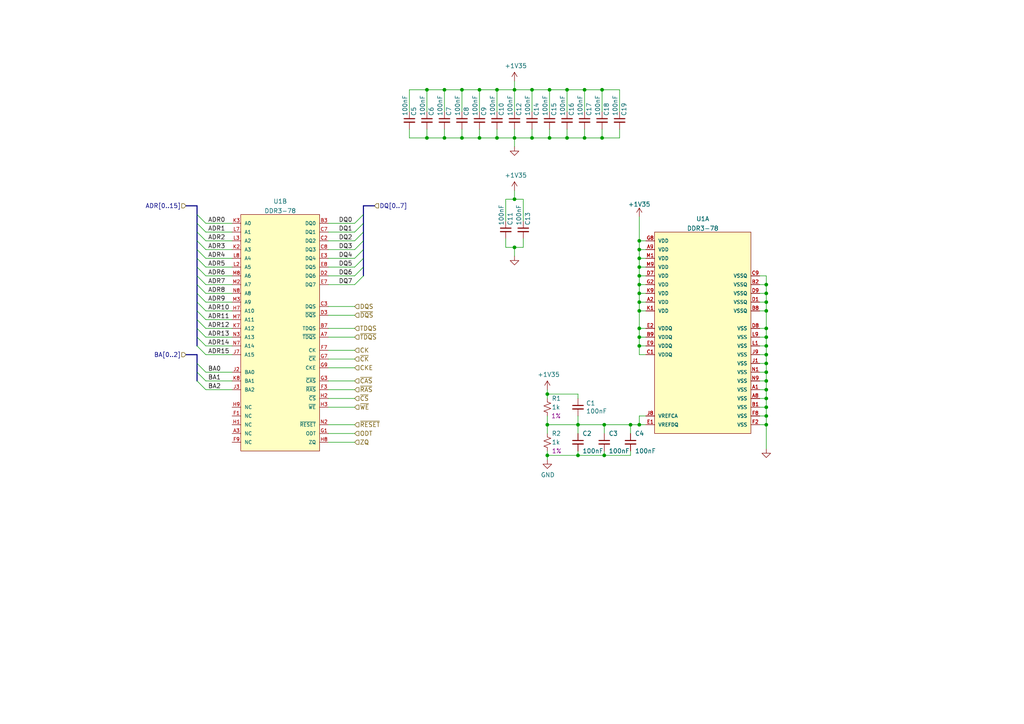
<source format=kicad_sch>
(kicad_sch (version 20211123) (generator eeschema)
  (paper "A4")
  (lib_symbols
    (symbol "DDR3-78_1" (pin_names (offset 1.016))
      (property "Reference" "U" (at 1.27 1.27 0))
      (property "Value" "DDR3-78_1" (at 1.27 3.81 0))
      (symbol "DDR3-78_1_1_1"
        (rectangle (start 0 0) (end 27.94 -58.42) (fill (type background)))
        (pin power_in line (at 30.48 -45.72 180) (length 2.54) (name "VSS") (number "A1"))
        (pin power_in line (at -2.54 -20.32 0) (length 2.54) (name "VDD") (number "A2"))
        (pin power_in line (at 30.48 -48.26 180) (length 2.54) (name "VSS") (number "A8"))
        (pin power_in line (at -2.54 -5.08 0) (length 2.54) (name "VDD") (number "A9"))
        (pin power_in line (at 30.48 -50.8 180) (length 2.54) (name "VSS") (number "B1"))
        (pin power_in line (at 30.48 -15.24 180) (length 2.54) (name "VSSQ") (number "B2"))
        (pin power_in line (at 30.48 -22.86 180) (length 2.54) (name "VSSQ") (number "B8"))
        (pin power_in line (at -2.54 -30.48 0) (length 2.54) (name "VDDQ") (number "B9"))
        (pin power_in line (at -2.54 -35.56 0) (length 2.54) (name "VDDQ") (number "C1"))
        (pin power_in line (at 30.48 -12.7 180) (length 2.54) (name "VSSQ") (number "C9"))
        (pin power_in line (at 30.48 -20.32 180) (length 2.54) (name "VSSQ") (number "D1"))
        (pin power_in line (at -2.54 -12.7 0) (length 2.54) (name "VDD") (number "D7"))
        (pin power_in line (at 30.48 -27.94 180) (length 2.54) (name "VSS") (number "D8"))
        (pin power_in line (at 30.48 -17.78 180) (length 2.54) (name "VSSQ") (number "D9"))
        (pin power_in line (at -2.54 -55.88 0) (length 2.54) (name "VREFDQ") (number "E1"))
        (pin power_in line (at -2.54 -27.94 0) (length 2.54) (name "VDDQ") (number "E2"))
        (pin power_in line (at -2.54 -33.02 0) (length 2.54) (name "VDDQ") (number "E9"))
        (pin power_in line (at 30.48 -55.88 180) (length 2.54) (name "VSS") (number "F2"))
        (pin power_in line (at 30.48 -53.34 180) (length 2.54) (name "VSS") (number "F8"))
        (pin power_in line (at -2.54 -15.24 0) (length 2.54) (name "VDD") (number "G2"))
        (pin power_in line (at -2.54 -2.54 0) (length 2.54) (name "VDD") (number "G8"))
        (pin power_in line (at 30.48 -38.1 180) (length 2.54) (name "VSS") (number "J1"))
        (pin power_in line (at -2.54 -53.34 0) (length 2.54) (name "VREFCA") (number "J8"))
        (pin power_in line (at 30.48 -35.56 180) (length 2.54) (name "VSS") (number "J9"))
        (pin power_in line (at -2.54 -22.86 0) (length 2.54) (name "VDD") (number "K1"))
        (pin power_in line (at -2.54 -17.78 0) (length 2.54) (name "VDD") (number "K9"))
        (pin power_in line (at 30.48 -33.02 180) (length 2.54) (name "VSS") (number "L1"))
        (pin power_in line (at 30.48 -30.48 180) (length 2.54) (name "VSS") (number "L9"))
        (pin power_in line (at -2.54 -7.62 0) (length 2.54) (name "VDD") (number "M1"))
        (pin power_in line (at -2.54 -10.16 0) (length 2.54) (name "VDD") (number "M9"))
        (pin power_in line (at 30.48 -40.64 180) (length 2.54) (name "VSS") (number "N1"))
        (pin power_in line (at 30.48 -43.18 180) (length 2.54) (name "VSS") (number "N9"))
      )
      (symbol "DDR3-78_1_2_1"
        (rectangle (start 0 0) (end 22.86 -68.58) (fill (type background)))
        (pin bidirectional line (at -2.54 -63.5 0) (length 2.54) (name "NC") (number "A3"))
        (pin bidirectional line (at 25.4 -35.56 180) (length 2.54) (name "~{TDQS}") (number "A7"))
        (pin bidirectional line (at 25.4 -2.54 180) (length 2.54) (name "DQ0") (number "B3"))
        (pin bidirectional line (at 25.4 -33.02 180) (length 2.54) (name "TDQS") (number "B7"))
        (pin bidirectional line (at 25.4 -7.62 180) (length 2.54) (name "DQ2") (number "C2"))
        (pin bidirectional line (at 25.4 -26.67 180) (length 2.54) (name "DQS") (number "C3"))
        (pin bidirectional line (at 25.4 -5.08 180) (length 2.54) (name "DQ1") (number "C7"))
        (pin bidirectional line (at 25.4 -10.16 180) (length 2.54) (name "DQ3") (number "C8"))
        (pin bidirectional line (at 25.4 -17.78 180) (length 2.54) (name "DQ6") (number "D2"))
        (pin bidirectional line (at 25.4 -29.21 180) (length 2.54) (name "~{DQS}") (number "D3"))
        (pin bidirectional line (at 25.4 -12.7 180) (length 2.54) (name "DQ4") (number "E3"))
        (pin bidirectional line (at 25.4 -20.32 180) (length 2.54) (name "DQ7") (number "E7"))
        (pin bidirectional line (at 25.4 -15.24 180) (length 2.54) (name "DQ5") (number "E8"))
        (pin power_in line (at -2.54 -58.42 0) (length 2.54) (name "NC") (number "F1"))
        (pin input line (at 25.4 -50.8 180) (length 2.54) (name "~{RAS}") (number "F3"))
        (pin input line (at 25.4 -39.37 180) (length 2.54) (name "CK") (number "F7"))
        (pin power_in line (at -2.54 -66.04 0) (length 2.54) (name "NC") (number "F9"))
        (pin input line (at 25.4 -63.5 180) (length 2.54) (name "ODT") (number "G1"))
        (pin input line (at 25.4 -48.26 180) (length 2.54) (name "~{CAS}") (number "G3"))
        (pin input line (at 25.4 -41.91 180) (length 2.54) (name "~{CK}") (number "G7"))
        (pin input line (at 25.4 -44.45 180) (length 2.54) (name "CKE") (number "G9"))
        (pin power_in line (at -2.54 -60.96 0) (length 2.54) (name "NC") (number "H1"))
        (pin input line (at 25.4 -53.34 180) (length 2.54) (name "~{CS}") (number "H2"))
        (pin input line (at 25.4 -55.88 180) (length 2.54) (name "~{WE}") (number "H3"))
        (pin input line (at -2.54 -27.94 0) (length 2.54) (name "A10") (number "H7"))
        (pin input line (at 25.4 -66.04 180) (length 2.54) (name "ZQ") (number "H8"))
        (pin power_in line (at -2.54 -55.88 0) (length 2.54) (name "NC") (number "H9"))
        (pin input line (at -2.54 -45.72 0) (length 2.54) (name "BA0") (number "J2"))
        (pin input line (at -2.54 -50.8 0) (length 2.54) (name "BA2") (number "J3"))
        (pin input line (at -2.54 -40.64 0) (length 2.54) (name "A15") (number "J7"))
        (pin input line (at -2.54 -10.16 0) (length 2.54) (name "A3") (number "K2"))
        (pin input line (at -2.54 -2.54 0) (length 2.54) (name "A0") (number "K3"))
        (pin input line (at -2.54 -33.02 0) (length 2.54) (name "A12") (number "K7"))
        (pin input line (at -2.54 -48.26 0) (length 2.54) (name "BA1") (number "K8"))
        (pin input line (at -2.54 -15.24 0) (length 2.54) (name "A5") (number "L2"))
        (pin input line (at -2.54 -7.62 0) (length 2.54) (name "A2") (number "L3"))
        (pin input line (at -2.54 -5.08 0) (length 2.54) (name "A1") (number "L7"))
        (pin input line (at -2.54 -12.7 0) (length 2.54) (name "A4") (number "L8"))
        (pin input line (at -2.54 -20.32 0) (length 2.54) (name "A7") (number "M2"))
        (pin input line (at -2.54 -25.4 0) (length 2.54) (name "A9") (number "M3"))
        (pin input line (at -2.54 -30.48 0) (length 2.54) (name "A11") (number "M7"))
        (pin input line (at -2.54 -17.78 0) (length 2.54) (name "A6") (number "M8"))
        (pin input line (at 25.4 -60.96 180) (length 2.54) (name "~{RESET}") (number "N2"))
        (pin input line (at -2.54 -35.56 0) (length 2.54) (name "A13") (number "N3"))
        (pin input line (at -2.54 -38.1 0) (length 2.54) (name "A14") (number "N7"))
        (pin input line (at -2.54 -22.86 0) (length 2.54) (name "A8") (number "N8"))
      )
    )
    (symbol "Device:C_Small" (pin_numbers hide) (pin_names (offset 0.254) hide)
      (property "Reference" "C" (at 0.254 1.778 0))
      (property "Value" "C_Small" (at 0.254 -2.032 0))
      (symbol "C_Small_0_1"
        (polyline (pts (xy -1.524 -0.508) (xy 1.524 -0.508)) (stroke (width 0.3302)))
        (polyline (pts (xy -1.524 0.508) (xy 1.524 0.508)) (stroke (width 0.3048)))
      )
      (symbol "C_Small_1_1"
        (pin passive line (at 0 2.54 270) (length 2.032) (name "~") (number "1"))
        (pin passive line (at 0 -2.54 90) (length 2.032) (name "~") (number "2"))
      )
    )
    (symbol "Device:R_Small_US" (pin_numbers hide) (pin_names (offset 0.254) hide)
      (property "Reference" "R" (at 0.762 0.508 0))
      (property "Value" "R_Small_US" (at 0.762 -1.016 0))
      (symbol "R_Small_US_1_1"
        (polyline (pts (xy 0 0) (xy 1.016 -0.381) (xy 0 -0.762) (xy -1.016 -1.143) (xy 0 -1.524)))
        (polyline (pts (xy 0 1.524) (xy 1.016 1.143) (xy 0 0.762) (xy -1.016 0.381) (xy 0 0)))
        (pin passive line (at 0 2.54 270) (length 1.016) (name "~") (number "1"))
        (pin passive line (at 0 -2.54 90) (length 1.016) (name "~") (number "2"))
      )
    )
    (symbol "ddr3:DDR3-78" (pin_names (offset 1.016))
      (property "Reference" "U" (at 1.27 1.27 0))
      (property "Value" "DDR3-78" (at 1.27 3.81 0))
      (symbol "DDR3-78_1_1"
        (rectangle (start 0 0) (end 27.94 -58.42) (fill (type background)))
        (pin power_in line (at 30.48 -45.72 180) (length 2.54) (name "VSS") (number "A1"))
        (pin power_in line (at -2.54 -20.32 0) (length 2.54) (name "VDD") (number "A2"))
        (pin power_in line (at 30.48 -48.26 180) (length 2.54) (name "VSS") (number "A8"))
        (pin power_in line (at -2.54 -5.08 0) (length 2.54) (name "VDD") (number "A9"))
        (pin power_in line (at 30.48 -50.8 180) (length 2.54) (name "VSS") (number "B1"))
        (pin power_in line (at 30.48 -15.24 180) (length 2.54) (name "VSSQ") (number "B2"))
        (pin power_in line (at 30.48 -22.86 180) (length 2.54) (name "VSSQ") (number "B8"))
        (pin power_in line (at -2.54 -30.48 0) (length 2.54) (name "VDDQ") (number "B9"))
        (pin power_in line (at -2.54 -35.56 0) (length 2.54) (name "VDDQ") (number "C1"))
        (pin power_in line (at 30.48 -12.7 180) (length 2.54) (name "VSSQ") (number "C9"))
        (pin power_in line (at 30.48 -20.32 180) (length 2.54) (name "VSSQ") (number "D1"))
        (pin power_in line (at -2.54 -12.7 0) (length 2.54) (name "VDD") (number "D7"))
        (pin power_in line (at 30.48 -27.94 180) (length 2.54) (name "VSS") (number "D8"))
        (pin power_in line (at 30.48 -17.78 180) (length 2.54) (name "VSSQ") (number "D9"))
        (pin power_in line (at -2.54 -55.88 0) (length 2.54) (name "VREFDQ") (number "E1"))
        (pin power_in line (at -2.54 -27.94 0) (length 2.54) (name "VDDQ") (number "E2"))
        (pin power_in line (at -2.54 -33.02 0) (length 2.54) (name "VDDQ") (number "E9"))
        (pin power_in line (at 30.48 -55.88 180) (length 2.54) (name "VSS") (number "F2"))
        (pin power_in line (at 30.48 -53.34 180) (length 2.54) (name "VSS") (number "F8"))
        (pin power_in line (at -2.54 -15.24 0) (length 2.54) (name "VDD") (number "G2"))
        (pin power_in line (at -2.54 -2.54 0) (length 2.54) (name "VDD") (number "G8"))
        (pin power_in line (at 30.48 -38.1 180) (length 2.54) (name "VSS") (number "J1"))
        (pin power_in line (at -2.54 -53.34 0) (length 2.54) (name "VREFCA") (number "J8"))
        (pin power_in line (at 30.48 -35.56 180) (length 2.54) (name "VSS") (number "J9"))
        (pin power_in line (at -2.54 -22.86 0) (length 2.54) (name "VDD") (number "K1"))
        (pin power_in line (at -2.54 -17.78 0) (length 2.54) (name "VDD") (number "K9"))
        (pin power_in line (at 30.48 -33.02 180) (length 2.54) (name "VSS") (number "L1"))
        (pin power_in line (at 30.48 -30.48 180) (length 2.54) (name "VSS") (number "L9"))
        (pin power_in line (at -2.54 -7.62 0) (length 2.54) (name "VDD") (number "M1"))
        (pin power_in line (at -2.54 -10.16 0) (length 2.54) (name "VDD") (number "M9"))
        (pin power_in line (at 30.48 -40.64 180) (length 2.54) (name "VSS") (number "N1"))
        (pin power_in line (at 30.48 -43.18 180) (length 2.54) (name "VSS") (number "N9"))
      )
      (symbol "DDR3-78_2_1"
        (rectangle (start 0 0) (end 22.86 -68.58) (fill (type background)))
        (pin bidirectional line (at -2.54 -63.5 0) (length 2.54) (name "NC") (number "A3"))
        (pin bidirectional line (at 25.4 -35.56 180) (length 2.54) (name "~{TDQS}") (number "A7"))
        (pin bidirectional line (at 25.4 -2.54 180) (length 2.54) (name "DQ0") (number "B3"))
        (pin bidirectional line (at 25.4 -33.02 180) (length 2.54) (name "TDQS") (number "B7"))
        (pin bidirectional line (at 25.4 -7.62 180) (length 2.54) (name "DQ2") (number "C2"))
        (pin bidirectional line (at 25.4 -26.67 180) (length 2.54) (name "DQS") (number "C3"))
        (pin bidirectional line (at 25.4 -5.08 180) (length 2.54) (name "DQ1") (number "C7"))
        (pin bidirectional line (at 25.4 -10.16 180) (length 2.54) (name "DQ3") (number "C8"))
        (pin bidirectional line (at 25.4 -17.78 180) (length 2.54) (name "DQ6") (number "D2"))
        (pin bidirectional line (at 25.4 -29.21 180) (length 2.54) (name "~{DQS}") (number "D3"))
        (pin bidirectional line (at 25.4 -12.7 180) (length 2.54) (name "DQ4") (number "E3"))
        (pin bidirectional line (at 25.4 -20.32 180) (length 2.54) (name "DQ7") (number "E7"))
        (pin bidirectional line (at 25.4 -15.24 180) (length 2.54) (name "DQ5") (number "E8"))
        (pin power_in line (at -2.54 -58.42 0) (length 2.54) (name "NC") (number "F1"))
        (pin input line (at 25.4 -50.8 180) (length 2.54) (name "~{RAS}") (number "F3"))
        (pin input line (at 25.4 -39.37 180) (length 2.54) (name "CK") (number "F7"))
        (pin power_in line (at -2.54 -66.04 0) (length 2.54) (name "NC") (number "F9"))
        (pin input line (at 25.4 -63.5 180) (length 2.54) (name "ODT") (number "G1"))
        (pin input line (at 25.4 -48.26 180) (length 2.54) (name "~{CAS}") (number "G3"))
        (pin input line (at 25.4 -41.91 180) (length 2.54) (name "~{CK}") (number "G7"))
        (pin input line (at 25.4 -44.45 180) (length 2.54) (name "CKE") (number "G9"))
        (pin power_in line (at -2.54 -60.96 0) (length 2.54) (name "NC") (number "H1"))
        (pin input line (at 25.4 -53.34 180) (length 2.54) (name "~{CS}") (number "H2"))
        (pin input line (at 25.4 -55.88 180) (length 2.54) (name "~{WE}") (number "H3"))
        (pin input line (at -2.54 -27.94 0) (length 2.54) (name "A10") (number "H7"))
        (pin input line (at 25.4 -66.04 180) (length 2.54) (name "ZQ") (number "H8"))
        (pin power_in line (at -2.54 -55.88 0) (length 2.54) (name "NC") (number "H9"))
        (pin input line (at -2.54 -45.72 0) (length 2.54) (name "BA0") (number "J2"))
        (pin input line (at -2.54 -50.8 0) (length 2.54) (name "BA2") (number "J3"))
        (pin input line (at -2.54 -40.64 0) (length 2.54) (name "A15") (number "J7"))
        (pin input line (at -2.54 -10.16 0) (length 2.54) (name "A3") (number "K2"))
        (pin input line (at -2.54 -2.54 0) (length 2.54) (name "A0") (number "K3"))
        (pin input line (at -2.54 -33.02 0) (length 2.54) (name "A12") (number "K7"))
        (pin input line (at -2.54 -48.26 0) (length 2.54) (name "BA1") (number "K8"))
        (pin input line (at -2.54 -15.24 0) (length 2.54) (name "A5") (number "L2"))
        (pin input line (at -2.54 -7.62 0) (length 2.54) (name "A2") (number "L3"))
        (pin input line (at -2.54 -5.08 0) (length 2.54) (name "A1") (number "L7"))
        (pin input line (at -2.54 -12.7 0) (length 2.54) (name "A4") (number "L8"))
        (pin input line (at -2.54 -20.32 0) (length 2.54) (name "A7") (number "M2"))
        (pin input line (at -2.54 -25.4 0) (length 2.54) (name "A9") (number "M3"))
        (pin input line (at -2.54 -30.48 0) (length 2.54) (name "A11") (number "M7"))
        (pin input line (at -2.54 -17.78 0) (length 2.54) (name "A6") (number "M8"))
        (pin input line (at 25.4 -60.96 180) (length 2.54) (name "~{RESET}") (number "N2"))
        (pin input line (at -2.54 -35.56 0) (length 2.54) (name "A13") (number "N3"))
        (pin input line (at -2.54 -38.1 0) (length 2.54) (name "A14") (number "N7"))
        (pin input line (at -2.54 -22.86 0) (length 2.54) (name "A8") (number "N8"))
      )
    )
    (symbol "power:+1V35" (power) (pin_names (offset 0))
      (property "Value" "+1V35" (at 0 3.556 0))
      (symbol "+1V35_0_1"
        (polyline (pts (xy -0.762 1.27) (xy 0 2.54)))
        (polyline (pts (xy 0 0) (xy 0 2.54)))
        (polyline (pts (xy 0 2.54) (xy 0.762 1.27)))
      )
      (symbol "+1V35_1_1"
        (pin power_in line (at 0 0 90) (length 0) hide (name "+1V35") (number "1"))
      )
    )
    (symbol "power:GND" (power) (pin_names (offset 0))
      (property "Value" "GND" (at 0 -3.81 0))
      (symbol "GND_0_1"
        (polyline (pts (xy 0 0) (xy 0 -1.27) (xy 1.27 -1.27) (xy 0 -2.54) (xy -1.27 -1.27) (xy 0 -1.27)))
      )
      (symbol "GND_1_1"
        (pin power_in line (at 0 0 270) (length 0) hide (name "GND") (number "1"))
      )
    )
  )
  (junction (at 149.225 40.005))
  (junction (at 222.25 82.55))
  (junction (at 133.985 26.035))
  (junction (at 123.825 26.035))
  (junction (at 149.225 71.755))
  (junction (at 222.25 123.19))
  (junction (at 185.42 80.01))
  (junction (at 182.88 123.19))
  (junction (at 222.25 113.03))
  (junction (at 185.42 90.17))
  (junction (at 222.25 107.95))
  (junction (at 175.26 123.19))
  (junction (at 222.25 90.17))
  (junction (at 167.64 123.19))
  (junction (at 185.42 87.63))
  (junction (at 222.25 97.79))
  (junction (at 139.065 40.005))
  (junction (at 154.305 26.035))
  (junction (at 158.75 123.19))
  (junction (at 175.26 132.08))
  (junction (at 174.625 26.035))
  (junction (at 158.75 114.3))
  (junction (at 222.25 118.11))
  (junction (at 185.42 74.93))
  (junction (at 169.545 40.005))
  (junction (at 128.905 26.035))
  (junction (at 222.25 87.63))
  (junction (at 222.25 120.65))
  (junction (at 133.985 40.005))
  (junction (at 164.465 26.035))
  (junction (at 185.42 85.09))
  (junction (at 159.385 26.035))
  (junction (at 222.25 85.09))
  (junction (at 185.42 97.79))
  (junction (at 164.465 40.005))
  (junction (at 149.225 57.785))
  (junction (at 123.825 40.005))
  (junction (at 222.25 105.41))
  (junction (at 222.25 100.33))
  (junction (at 185.42 123.19))
  (junction (at 158.75 132.08))
  (junction (at 159.385 40.005))
  (junction (at 222.25 102.87))
  (junction (at 144.145 40.005))
  (junction (at 185.42 69.85))
  (junction (at 139.065 26.035))
  (junction (at 167.64 132.08))
  (junction (at 185.42 72.39))
  (junction (at 185.42 82.55))
  (junction (at 185.42 95.25))
  (junction (at 154.305 40.005))
  (junction (at 222.25 95.25))
  (junction (at 174.625 40.005))
  (junction (at 169.545 26.035))
  (junction (at 128.905 40.005))
  (junction (at 144.145 26.035))
  (junction (at 185.42 100.33))
  (junction (at 185.42 77.47))
  (junction (at 149.225 26.035))
  (junction (at 222.25 110.49))
  (junction (at 222.25 115.57))
  (bus_entry (at 105.41 74.93) (size -2.54 2.54))
  (bus_entry (at 105.41 80.01) (size -2.54 2.54))
  (bus_entry (at 57.15 97.79) (size 2.54 2.54))
  (bus_entry (at 57.15 92.71) (size 2.54 2.54))
  (bus_entry (at 57.15 107.95) (size 2.54 2.54))
  (bus_entry (at 57.15 90.17) (size 2.54 2.54))
  (bus_entry (at 105.41 77.47) (size -2.54 2.54))
  (bus_entry (at 57.15 87.63) (size 2.54 2.54))
  (bus_entry (at 57.15 85.09) (size 2.54 2.54))
  (bus_entry (at 57.15 100.33) (size 2.54 2.54))
  (bus_entry (at 57.15 105.41) (size 2.54 2.54))
  (bus_entry (at 105.41 69.85) (size -2.54 2.54))
  (bus_entry (at 57.15 95.25) (size 2.54 2.54))
  (bus_entry (at 57.15 64.77) (size 2.54 2.54))
  (bus_entry (at 57.15 77.47) (size 2.54 2.54))
  (bus_entry (at 57.15 69.85) (size 2.54 2.54))
  (bus_entry (at 57.15 82.55) (size 2.54 2.54))
  (bus_entry (at 57.15 67.31) (size 2.54 2.54))
  (bus_entry (at 105.41 64.77) (size -2.54 2.54))
  (bus_entry (at 105.41 62.23) (size -2.54 2.54))
  (bus_entry (at 105.41 67.31) (size -2.54 2.54))
  (bus_entry (at 57.15 74.93) (size 2.54 2.54))
  (bus_entry (at 57.15 110.49) (size 2.54 2.54))
  (bus_entry (at 105.41 72.39) (size -2.54 2.54))
  (bus_entry (at 57.15 80.01) (size 2.54 2.54))
  (bus_entry (at 57.15 72.39) (size 2.54 2.54))
  (bus_entry (at 57.15 62.23) (size 2.54 2.54))
  (wire (pts (xy 118.745 26.035) (xy 123.825 26.035)))
  (wire (pts (xy 159.385 40.005) (xy 154.305 40.005)))
  (wire (pts (xy 123.825 26.035) (xy 128.905 26.035)))
  (wire (pts (xy 95.25 101.6) (xy 102.87 101.6)))
  (wire (pts (xy 164.465 37.465) (xy 164.465 40.005)))
  (wire (pts (xy 139.065 40.005) (xy 144.145 40.005)))
  (wire (pts (xy 185.42 120.65) (xy 187.325 120.65)))
  (wire (pts (xy 59.69 72.39) (xy 67.31 72.39)))
  (wire (pts (xy 95.25 88.9) (xy 102.87 88.9)))
  (wire (pts (xy 185.42 74.93) (xy 185.42 77.47)))
  (wire (pts (xy 59.69 90.17) (xy 67.31 90.17)))
  (wire (pts (xy 95.25 110.49) (xy 102.87 110.49)))
  (wire (pts (xy 175.26 130.81) (xy 175.26 132.08)))
  (wire (pts (xy 149.225 26.035) (xy 149.225 32.385)))
  (wire (pts (xy 59.69 87.63) (xy 67.31 87.63)))
  (wire (pts (xy 95.25 104.14) (xy 102.87 104.14)))
  (bus (pts (xy 57.15 80.01) (xy 57.15 82.55)))
  (wire (pts (xy 222.25 90.17) (xy 220.345 90.17)))
  (wire (pts (xy 222.25 105.41) (xy 220.345 105.41)))
  (wire (pts (xy 59.69 69.85) (xy 67.31 69.85)))
  (wire (pts (xy 151.765 64.135) (xy 151.765 57.785)))
  (wire (pts (xy 222.25 123.19) (xy 220.345 123.19)))
  (bus (pts (xy 57.15 82.55) (xy 57.15 85.09)))
  (wire (pts (xy 95.25 106.68) (xy 102.87 106.68)))
  (wire (pts (xy 185.42 77.47) (xy 185.42 80.01)))
  (wire (pts (xy 222.25 100.33) (xy 220.345 100.33)))
  (bus (pts (xy 105.41 62.23) (xy 105.41 64.77)))
  (wire (pts (xy 158.75 114.3) (xy 158.75 113.03)))
  (wire (pts (xy 118.745 37.465) (xy 118.745 40.005)))
  (wire (pts (xy 222.25 107.95) (xy 220.345 107.95)))
  (wire (pts (xy 167.64 123.19) (xy 158.75 123.19)))
  (wire (pts (xy 102.87 77.47) (xy 95.25 77.47)))
  (wire (pts (xy 149.225 57.785) (xy 151.765 57.785)))
  (wire (pts (xy 222.25 120.65) (xy 220.345 120.65)))
  (wire (pts (xy 149.225 57.785) (xy 149.225 55.245)))
  (wire (pts (xy 222.25 115.57) (xy 220.345 115.57)))
  (bus (pts (xy 57.15 77.47) (xy 57.15 80.01)))
  (wire (pts (xy 185.42 90.17) (xy 187.325 90.17)))
  (wire (pts (xy 222.25 82.55) (xy 222.25 85.09)))
  (wire (pts (xy 95.25 91.44) (xy 102.87 91.44)))
  (wire (pts (xy 185.42 74.93) (xy 187.325 74.93)))
  (bus (pts (xy 57.15 62.23) (xy 57.15 64.77)))
  (wire (pts (xy 159.385 26.035) (xy 164.465 26.035)))
  (wire (pts (xy 158.75 130.81) (xy 158.75 132.08)))
  (wire (pts (xy 222.25 113.03) (xy 222.25 110.49)))
  (bus (pts (xy 57.15 85.09) (xy 57.15 87.63)))
  (wire (pts (xy 182.88 123.19) (xy 185.42 123.19)))
  (wire (pts (xy 185.42 102.87) (xy 187.325 102.87)))
  (wire (pts (xy 102.87 69.85) (xy 95.25 69.85)))
  (bus (pts (xy 57.15 97.79) (xy 57.15 100.33)))
  (bus (pts (xy 57.15 102.87) (xy 57.15 105.41)))
  (wire (pts (xy 59.69 107.95) (xy 67.31 107.95)))
  (wire (pts (xy 174.625 32.385) (xy 174.625 26.035)))
  (wire (pts (xy 95.25 97.79) (xy 102.87 97.79)))
  (wire (pts (xy 59.69 100.33) (xy 67.31 100.33)))
  (wire (pts (xy 185.42 72.39) (xy 185.42 74.93)))
  (wire (pts (xy 185.42 97.79) (xy 187.325 97.79)))
  (wire (pts (xy 59.69 67.31) (xy 67.31 67.31)))
  (wire (pts (xy 174.625 37.465) (xy 174.625 40.005)))
  (wire (pts (xy 185.42 69.85) (xy 187.325 69.85)))
  (wire (pts (xy 164.465 32.385) (xy 164.465 26.035)))
  (wire (pts (xy 185.42 100.33) (xy 185.42 102.87)))
  (wire (pts (xy 167.64 130.81) (xy 167.64 132.08)))
  (wire (pts (xy 222.25 102.87) (xy 220.345 102.87)))
  (wire (pts (xy 185.42 95.25) (xy 185.42 97.79)))
  (wire (pts (xy 185.42 80.01) (xy 185.42 82.55)))
  (wire (pts (xy 154.305 40.005) (xy 149.225 40.005)))
  (wire (pts (xy 159.385 32.385) (xy 159.385 26.035)))
  (wire (pts (xy 128.905 32.385) (xy 128.905 26.035)))
  (wire (pts (xy 222.25 97.79) (xy 220.345 97.79)))
  (wire (pts (xy 59.69 64.77) (xy 67.31 64.77)))
  (wire (pts (xy 169.545 40.005) (xy 164.465 40.005)))
  (bus (pts (xy 57.15 95.25) (xy 57.15 97.79)))
  (wire (pts (xy 222.25 118.11) (xy 220.345 118.11)))
  (wire (pts (xy 95.25 115.57) (xy 102.87 115.57)))
  (wire (pts (xy 185.42 85.09) (xy 185.42 87.63)))
  (wire (pts (xy 185.42 69.85) (xy 185.42 72.39)))
  (wire (pts (xy 185.42 123.19) (xy 187.325 123.19)))
  (wire (pts (xy 174.625 40.005) (xy 169.545 40.005)))
  (wire (pts (xy 185.42 85.09) (xy 187.325 85.09)))
  (wire (pts (xy 182.88 125.73) (xy 182.88 123.19)))
  (wire (pts (xy 185.42 82.55) (xy 187.325 82.55)))
  (wire (pts (xy 185.42 82.55) (xy 185.42 85.09)))
  (wire (pts (xy 222.25 123.19) (xy 222.25 120.65)))
  (bus (pts (xy 57.15 67.31) (xy 57.15 69.85)))
  (wire (pts (xy 59.69 92.71) (xy 67.31 92.71)))
  (wire (pts (xy 154.305 37.465) (xy 154.305 40.005)))
  (wire (pts (xy 149.225 26.035) (xy 149.225 23.495)))
  (wire (pts (xy 175.26 132.08) (xy 167.64 132.08)))
  (wire (pts (xy 174.625 26.035) (xy 179.705 26.035)))
  (wire (pts (xy 179.705 40.005) (xy 174.625 40.005)))
  (wire (pts (xy 133.985 26.035) (xy 139.065 26.035)))
  (bus (pts (xy 105.41 77.47) (xy 105.41 80.01)))
  (wire (pts (xy 169.545 37.465) (xy 169.545 40.005)))
  (bus (pts (xy 57.15 92.71) (xy 57.15 95.25)))
  (wire (pts (xy 59.69 74.93) (xy 67.31 74.93)))
  (bus (pts (xy 105.41 72.39) (xy 105.41 74.93)))
  (wire (pts (xy 154.305 26.035) (xy 159.385 26.035)))
  (bus (pts (xy 57.15 90.17) (xy 57.15 92.71)))
  (wire (pts (xy 59.69 80.01) (xy 67.31 80.01)))
  (wire (pts (xy 222.25 90.17) (xy 222.25 95.25)))
  (wire (pts (xy 169.545 26.035) (xy 174.625 26.035)))
  (wire (pts (xy 220.345 87.63) (xy 222.25 87.63)))
  (wire (pts (xy 118.745 40.005) (xy 123.825 40.005)))
  (wire (pts (xy 222.25 97.79) (xy 222.25 95.25)))
  (wire (pts (xy 164.465 40.005) (xy 159.385 40.005)))
  (wire (pts (xy 102.87 72.39) (xy 95.25 72.39)))
  (wire (pts (xy 222.25 105.41) (xy 222.25 102.87)))
  (wire (pts (xy 185.42 87.63) (xy 185.42 90.17)))
  (bus (pts (xy 57.15 87.63) (xy 57.15 90.17)))
  (wire (pts (xy 222.25 115.57) (xy 222.25 113.03)))
  (wire (pts (xy 220.345 80.01) (xy 222.25 80.01)))
  (bus (pts (xy 57.15 69.85) (xy 57.15 72.39)))
  (wire (pts (xy 158.75 115.57) (xy 158.75 114.3)))
  (wire (pts (xy 222.25 80.01) (xy 222.25 82.55)))
  (wire (pts (xy 102.87 80.01) (xy 95.25 80.01)))
  (bus (pts (xy 57.15 64.77) (xy 57.15 67.31)))
  (wire (pts (xy 149.225 42.545) (xy 149.225 40.005)))
  (wire (pts (xy 59.69 110.49) (xy 67.31 110.49)))
  (wire (pts (xy 185.42 87.63) (xy 187.325 87.63)))
  (wire (pts (xy 118.745 32.385) (xy 118.745 26.035)))
  (wire (pts (xy 139.065 32.385) (xy 139.065 26.035)))
  (wire (pts (xy 59.69 113.03) (xy 67.31 113.03)))
  (wire (pts (xy 158.75 123.19) (xy 158.75 120.65)))
  (wire (pts (xy 102.87 82.55) (xy 95.25 82.55)))
  (bus (pts (xy 105.41 74.93) (xy 105.41 77.47)))
  (wire (pts (xy 182.88 132.08) (xy 175.26 132.08)))
  (bus (pts (xy 57.15 72.39) (xy 57.15 74.93)))
  (wire (pts (xy 95.25 123.19) (xy 102.87 123.19)))
  (wire (pts (xy 146.685 64.135) (xy 146.685 57.785)))
  (wire (pts (xy 185.42 95.25) (xy 187.325 95.25)))
  (wire (pts (xy 154.305 32.385) (xy 154.305 26.035)))
  (wire (pts (xy 149.225 40.005) (xy 149.225 37.465)))
  (bus (pts (xy 108.585 59.69) (xy 105.41 59.69)))
  (wire (pts (xy 144.145 26.035) (xy 149.225 26.035)))
  (wire (pts (xy 59.69 77.47) (xy 67.31 77.47)))
  (wire (pts (xy 146.685 69.215) (xy 146.685 71.755)))
  (wire (pts (xy 222.25 90.17) (xy 222.25 87.63)))
  (wire (pts (xy 102.87 74.93) (xy 95.25 74.93)))
  (wire (pts (xy 179.705 40.005) (xy 179.705 37.465)))
  (wire (pts (xy 144.145 40.005) (xy 149.225 40.005)))
  (wire (pts (xy 159.385 37.465) (xy 159.385 40.005)))
  (wire (pts (xy 128.905 26.035) (xy 133.985 26.035)))
  (wire (pts (xy 128.905 40.005) (xy 133.985 40.005)))
  (wire (pts (xy 167.64 123.19) (xy 167.64 125.73)))
  (wire (pts (xy 149.225 71.755) (xy 151.765 71.755)))
  (wire (pts (xy 123.825 32.385) (xy 123.825 26.035)))
  (wire (pts (xy 146.685 71.755) (xy 149.225 71.755)))
  (wire (pts (xy 222.25 130.175) (xy 222.25 123.19)))
  (wire (pts (xy 164.465 26.035) (xy 169.545 26.035)))
  (wire (pts (xy 133.985 37.465) (xy 133.985 40.005)))
  (wire (pts (xy 167.64 132.08) (xy 158.75 132.08)))
  (wire (pts (xy 123.825 40.005) (xy 128.905 40.005)))
  (wire (pts (xy 222.25 95.25) (xy 220.345 95.25)))
  (bus (pts (xy 105.41 64.77) (xy 105.41 67.31)))
  (wire (pts (xy 95.25 118.11) (xy 102.87 118.11)))
  (wire (pts (xy 102.87 67.31) (xy 95.25 67.31)))
  (wire (pts (xy 185.42 100.33) (xy 187.325 100.33)))
  (wire (pts (xy 169.545 32.385) (xy 169.545 26.035)))
  (wire (pts (xy 220.345 85.09) (xy 222.25 85.09)))
  (wire (pts (xy 151.765 69.215) (xy 151.765 71.755)))
  (wire (pts (xy 128.905 37.465) (xy 128.905 40.005)))
  (wire (pts (xy 167.64 115.57) (xy 167.64 114.3)))
  (wire (pts (xy 222.25 85.09) (xy 222.25 87.63)))
  (wire (pts (xy 59.69 97.79) (xy 67.31 97.79)))
  (wire (pts (xy 222.25 113.03) (xy 220.345 113.03)))
  (wire (pts (xy 59.69 85.09) (xy 67.31 85.09)))
  (wire (pts (xy 144.145 32.385) (xy 144.145 26.035)))
  (wire (pts (xy 222.25 102.87) (xy 222.25 100.33)))
  (wire (pts (xy 95.25 113.03) (xy 102.87 113.03)))
  (bus (pts (xy 57.15 107.95) (xy 57.15 110.49)))
  (wire (pts (xy 222.25 120.65) (xy 222.25 118.11)))
  (wire (pts (xy 222.25 107.95) (xy 222.25 105.41)))
  (bus (pts (xy 53.975 102.87) (xy 57.15 102.87)))
  (wire (pts (xy 179.705 26.035) (xy 179.705 32.385)))
  (wire (pts (xy 149.225 26.035) (xy 154.305 26.035)))
  (wire (pts (xy 146.685 57.785) (xy 149.225 57.785)))
  (wire (pts (xy 175.26 123.19) (xy 182.88 123.19)))
  (bus (pts (xy 105.41 59.69) (xy 105.41 62.23)))
  (bus (pts (xy 53.975 59.69) (xy 57.15 59.69)))
  (wire (pts (xy 220.345 82.55) (xy 222.25 82.55)))
  (wire (pts (xy 59.69 82.55) (xy 67.31 82.55)))
  (wire (pts (xy 185.42 97.79) (xy 185.42 100.33)))
  (wire (pts (xy 95.25 125.73) (xy 102.87 125.73)))
  (wire (pts (xy 167.64 123.19) (xy 175.26 123.19)))
  (wire (pts (xy 167.64 114.3) (xy 158.75 114.3)))
  (wire (pts (xy 95.25 128.27) (xy 102.87 128.27)))
  (wire (pts (xy 185.42 120.65) (xy 185.42 123.19)))
  (bus (pts (xy 105.41 67.31) (xy 105.41 69.85)))
  (wire (pts (xy 222.25 110.49) (xy 220.345 110.49)))
  (wire (pts (xy 185.42 72.39) (xy 187.325 72.39)))
  (wire (pts (xy 167.64 120.65) (xy 167.64 123.19)))
  (wire (pts (xy 185.42 62.865) (xy 185.42 69.85)))
  (wire (pts (xy 222.25 100.33) (xy 222.25 97.79)))
  (wire (pts (xy 102.87 64.77) (xy 95.25 64.77)))
  (bus (pts (xy 57.15 105.41) (xy 57.15 107.95)))
  (wire (pts (xy 133.985 32.385) (xy 133.985 26.035)))
  (wire (pts (xy 123.825 37.465) (xy 123.825 40.005)))
  (wire (pts (xy 185.42 90.17) (xy 185.42 95.25)))
  (bus (pts (xy 57.15 59.69) (xy 57.15 62.23)))
  (wire (pts (xy 185.42 77.47) (xy 187.325 77.47)))
  (wire (pts (xy 59.69 102.87) (xy 67.31 102.87)))
  (wire (pts (xy 149.225 71.755) (xy 149.225 74.295)))
  (wire (pts (xy 175.26 123.19) (xy 175.26 125.73)))
  (wire (pts (xy 133.985 40.005) (xy 139.065 40.005)))
  (wire (pts (xy 182.88 130.81) (xy 182.88 132.08)))
  (bus (pts (xy 57.15 74.93) (xy 57.15 77.47)))
  (wire (pts (xy 144.145 37.465) (xy 144.145 40.005)))
  (wire (pts (xy 222.25 110.49) (xy 222.25 107.95)))
  (wire (pts (xy 139.065 37.465) (xy 139.065 40.005)))
  (wire (pts (xy 185.42 80.01) (xy 187.325 80.01)))
  (bus (pts (xy 105.41 69.85) (xy 105.41 72.39)))
  (wire (pts (xy 139.065 26.035) (xy 144.145 26.035)))
  (wire (pts (xy 158.75 125.73) (xy 158.75 123.19)))
  (wire (pts (xy 95.25 95.25) (xy 102.87 95.25)))
  (wire (pts (xy 158.75 132.08) (xy 158.75 133.35)))
  (wire (pts (xy 59.69 95.25) (xy 67.31 95.25)))
  (wire (pts (xy 222.25 118.11) (xy 222.25 115.57)))
  (label "ADR4" (at 60.325 74.93 0))
  (label "ADR14" (at 60.325 100.33 0))
  (label "DQ0" (at 102.235 64.77 180))
  (label "ADR2" (at 60.325 69.85 0))
  (label "ADR15" (at 60.325 102.87 0))
  (label "DQ3" (at 102.235 72.39 180))
  (label "ADR10" (at 60.325 90.17 0))
  (label "ADR6" (at 60.325 80.01 0))
  (label "ADR0" (at 60.325 64.77 0))
  (label "ADR12" (at 60.325 95.25 0))
  (label "BA1" (at 60.325 110.49 0))
  (label "ADR11" (at 60.325 92.71 0))
  (label "DQ5" (at 102.235 77.47 180))
  (label "BA2" (at 60.325 113.03 0))
  (label "ADR9" (at 60.325 87.63 0))
  (label "BA0" (at 60.325 107.95 0))
  (label "ADR8" (at 60.325 85.09 0))
  (label "DQ4" (at 102.235 74.93 180))
  (label "ADR5" (at 60.325 77.47 0))
  (label "DQ2" (at 102.235 69.85 180))
  (label "ADR13" (at 60.325 97.79 0))
  (label "DQ1" (at 102.235 67.31 180))
  (label "DQ7" (at 102.235 82.55 180))
  (label "ADR7" (at 60.325 82.55 0))
  (label "ADR1" (at 60.325 67.31 0))
  (label "ADR3" (at 60.325 72.39 0))
  (label "DQ6" (at 102.235 80.01 180))
  (hierarchical_label "CKE" (shape input) (at 102.87 106.68 0))
  (hierarchical_label "~{RAS}" (shape input) (at 102.87 113.03 0))
  (hierarchical_label "TDQS" (shape input) (at 102.87 95.25 0))
  (hierarchical_label "~{CK}" (shape input) (at 102.87 104.14 0))
  (hierarchical_label "DQS" (shape input) (at 102.87 88.9 0))
  (hierarchical_label "~{WE}" (shape input) (at 102.87 118.11 0))
  (hierarchical_label "ODT" (shape input) (at 102.87 125.73 0))
  (hierarchical_label "~{CAS}" (shape input) (at 102.87 110.49 0))
  (hierarchical_label "ADR[0..15]" (shape input) (at 53.975 59.69 180))
  (hierarchical_label "~{CS}" (shape input) (at 102.87 115.57 0))
  (hierarchical_label "~{RESET}" (shape input) (at 102.87 123.19 0))
  (hierarchical_label "BA[0..2]" (shape input) (at 53.975 102.87 180))
  (hierarchical_label "ZQ" (shape input) (at 102.87 128.27 0))
  (hierarchical_label "~{DQS}" (shape input) (at 102.87 91.44 0))
  (hierarchical_label "CK" (shape input) (at 102.87 101.6 0))
  (hierarchical_label "~{TDQS}" (shape input) (at 102.87 97.79 0))
  (hierarchical_label "DQ[0..7]" (shape input) (at 108.585 59.69 0))
  (symbol (lib_id "power:GND") (at 149.225 74.295 0) (unit 1)
    (property "Reference" "#PWR08" (effects hide))
    (property "Value" "GND" (effects hide))
  )
  (symbol (lib_id "Device:C_Small") (at 167.64 118.11 0) (unit 1)
    (property "Reference" "C1" (at 169.9768 116.9416 0) (effects (justify left)))
    (property "Value" "100nF" (at 169.9768 119.253 0) (effects (justify left)))
    (property "Footprint" "Capacitor_SMD:C_0402_1005Metric" (effects hide))
    (property "MPN" "CC0402KRX7R7BB104" (effects hide))
  )
  (symbol (lib_id "Device:C_Small") (at 151.765 66.675 0) (unit 1)
    (property "Reference" "C13" (at 153.035 65.405 90) (effects (justify left)))
    (property "Value" "100nF" (at 150.495 65.405 90) (effects (justify left)))
    (property "Footprint" "Capacitor_SMD:C_0402_1005Metric" (effects hide))
    (property "MPN" "CC0402KRX7R7BB104" (effects hide))
  )
  (symbol (lib_id "power:+1V35") (at 158.75 113.03 0) (unit 1)
    (property "Reference" "#PWR01" (effects hide))
    (property "Value" "+1V35" (at 159.131 108.6358 0))
  )
  (symbol (lib_id "Device:C_Small") (at 149.225 34.925 0) (unit 1)
    (property "Reference" "C12" (at 150.495 33.655 90) (effects (justify left)))
    (property "Value" "100nF" (at 147.955 33.655 90) (effects (justify left)))
    (property "Footprint" "Capacitor_SMD:C_0402_1005Metric" (effects hide))
    (property "MPN" "CC0402KRX7R7BB104" (effects hide))
  )
  (symbol (lib_id "Device:C_Small") (at 179.705 34.925 0) (unit 1)
    (property "Reference" "C19" (at 180.975 33.655 90) (effects (justify left)))
    (property "Value" "100nF" (at 178.435 33.655 90) (effects (justify left)))
    (property "Footprint" "Capacitor_SMD:C_0402_1005Metric" (effects hide))
    (property "MPN" "CC0402KRX7R7BB104" (effects hide))
  )
  (symbol (lib_id "power:+1V35") (at 185.42 62.865 0) (unit 1)
    (property "Reference" "#PWR03" (effects hide))
    (property "Value" "+1V35" (at 185.42 59.2605 0))
  )
  (symbol (lib_id "power:GND") (at 158.75 133.35 0) (unit 1)
    (property "Reference" "#PWR02" (effects hide))
    (property "Value" "GND" (at 158.877 137.7442 0))
  )
  (symbol (lib_id "Device:C_Small") (at 164.465 34.925 0) (unit 1)
    (property "Reference" "C16" (at 165.735 33.655 90) (effects (justify left)))
    (property "Value" "100nF" (at 163.195 33.655 90) (effects (justify left)))
    (property "Footprint" "Capacitor_SMD:C_0402_1005Metric" (effects hide))
    (property "MPN" "CC0402KRX7R7BB104" (effects hide))
  )
  (symbol (lib_id "Device:C_Small") (at 128.905 34.925 0) (unit 1)
    (property "Reference" "C7" (at 130.175 33.655 90) (effects (justify left)))
    (property "Value" "100nF" (at 127.635 33.655 90) (effects (justify left)))
    (property "Footprint" "Capacitor_SMD:C_0402_1005Metric" (effects hide))
    (property "MPN" "CC0402KRX7R7BB104" (effects hide))
  )
  (symbol (lib_id "Device:C_Small") (at 139.065 34.925 0) (unit 1)
    (property "Reference" "C9" (at 140.335 33.655 90) (effects (justify left)))
    (property "Value" "100nF" (at 137.795 33.655 90) (effects (justify left)))
    (property "Footprint" "Capacitor_SMD:C_0402_1005Metric" (effects hide))
    (property "MPN" "CC0402KRX7R7BB104" (effects hide))
  )
  (symbol (lib_id "Device:C_Small") (at 144.145 34.925 0) (unit 1)
    (property "Reference" "C10" (at 145.415 33.655 90) (effects (justify left)))
    (property "Value" "100nF" (at 142.875 33.655 90) (effects (justify left)))
    (property "Footprint" "Capacitor_SMD:C_0402_1005Metric" (effects hide))
    (property "MPN" "CC0402KRX7R7BB104" (effects hide))
  )
  (symbol (lib_id "Device:C_Small") (at 167.64 128.27 0) (unit 1)
    (property "Reference" "C2" (at 168.91 125.73 0) (effects (justify left)))
    (property "Value" "100nF" (at 168.91 130.81 0) (effects (justify left)))
    (property "Footprint" "Capacitor_SMD:C_0402_1005Metric" (effects hide))
    (property "MPN" "CC0402KRX7R7BB104" (effects hide))
  )
  (symbol (lib_name "DDR3-78_1") (lib_id "ddr3:DDR3-78") (at 189.865 67.31 0) (unit 1)
    (property "Reference" "U1" (at 203.835 63.4705 0))
    (property "Value" "DDR3-78" (at 203.835 66.2456 0))
    (property "Footprint" "ddr3:DDR3-BGA-78-Tightest" (effects hide))
  )
  (symbol (lib_id "Device:R_Small_US") (at 158.75 118.11 0) (unit 1)
    (property "Reference" "R1" (at 160.02 115.57 0) (effects (justify left)))
    (property "Value" "1k" (at 160.02 118.11 0) (effects (justify left)))
    (property "Footprint" "Resistor_SMD:R_0402_1005Metric" (effects hide))
    (property "MPN" "4-1879208-9" (effects hide))
    (property "Tolerance" "1%" (at 161.29 120.65 0))
  )
  (symbol (lib_id "Device:C_Small") (at 159.385 34.925 0) (unit 1)
    (property "Reference" "C15" (at 160.655 33.655 90) (effects (justify left)))
    (property "Value" "100nF" (at 158.115 33.655 90) (effects (justify left)))
    (property "Footprint" "Capacitor_SMD:C_0402_1005Metric" (effects hide))
    (property "MPN" "CC0402KRX7R7BB104" (effects hide))
  )
  (symbol (lib_id "Device:C_Small") (at 123.825 34.925 0) (unit 1)
    (property "Reference" "C6" (at 125.095 33.655 90) (effects (justify left)))
    (property "Value" "100nF" (at 122.555 33.655 90) (effects (justify left)))
    (property "Footprint" "Capacitor_SMD:C_0402_1005Metric" (effects hide))
    (property "MPN" "CC0402KRX7R7BB104" (effects hide))
  )
  (symbol (lib_id "Device:C_Small") (at 182.88 128.27 0) (unit 1)
    (property "Reference" "C4" (at 184.15 125.73 0) (effects (justify left)))
    (property "Value" "100nF" (at 184.15 130.81 0) (effects (justify left)))
    (property "Footprint" "Capacitor_SMD:C_0402_1005Metric" (effects hide))
    (property "MPN" "CC0402KRX7R7BB104" (effects hide))
  )
  (symbol (lib_id "Device:C_Small") (at 174.625 34.925 0) (unit 1)
    (property "Reference" "C18" (at 175.895 33.655 90) (effects (justify left)))
    (property "Value" "100nF" (at 173.355 33.655 90) (effects (justify left)))
    (property "Footprint" "Capacitor_SMD:C_0402_1005Metric" (effects hide))
    (property "MPN" "CC0402KRX7R7BB104" (effects hide))
  )
  (symbol (lib_id "power:+1V35") (at 149.225 23.495 0) (unit 1)
    (property "Reference" "#PWR05" (effects hide))
    (property "Value" "+1V35" (at 149.606 19.1008 0))
  )
  (symbol (lib_id "Device:C_Small") (at 118.745 34.925 0) (unit 1)
    (property "Reference" "C5" (at 120.015 33.655 90) (effects (justify left)))
    (property "Value" "100nF" (at 117.475 33.655 90) (effects (justify left)))
    (property "Footprint" "Capacitor_SMD:C_0402_1005Metric" (effects hide))
    (property "MPN" "CC0402KRX7R7BB104" (effects hide))
  )
  (symbol (lib_id "ddr3:DDR3-78") (at 69.85 62.23 0) (unit 2)
    (property "Reference" "U1" (at 81.28 58.3905 0))
    (property "Value" "DDR3-78" (at 81.28 61.1656 0))
    (property "Footprint" "ddr3:DDR3-BGA-78-Tightest" (effects hide))
  )
  (symbol (lib_id "Device:C_Small") (at 175.26 128.27 0) (unit 1)
    (property "Reference" "C3" (at 176.53 125.73 0) (effects (justify left)))
    (property "Value" "100nF" (at 176.53 130.81 0) (effects (justify left)))
    (property "Footprint" "Capacitor_SMD:C_0402_1005Metric" (effects hide))
    (property "MPN" "CC0402KRX7R7BB104" (effects hide))
  )
  (symbol (lib_id "Device:C_Small") (at 133.985 34.925 0) (unit 1)
    (property "Reference" "C8" (at 135.255 33.655 90) (effects (justify left)))
    (property "Value" "100nF" (at 132.715 33.655 90) (effects (justify left)))
    (property "Footprint" "Capacitor_SMD:C_0402_1005Metric" (effects hide))
    (property "MPN" "CC0402KRX7R7BB104" (effects hide))
  )
  (symbol (lib_id "Device:C_Small") (at 169.545 34.925 0) (unit 1)
    (property "Reference" "C17" (at 170.815 33.655 90) (effects (justify left)))
    (property "Value" "100nF" (at 168.275 33.655 90) (effects (justify left)))
    (property "Footprint" "Capacitor_SMD:C_0402_1005Metric" (effects hide))
    (property "MPN" "CC0402KRX7R7BB104" (effects hide))
  )
  (symbol (lib_id "power:+1V35") (at 149.225 55.245 0) (unit 1)
    (property "Reference" "#PWR07" (effects hide))
    (property "Value" "+1V35" (at 149.606 50.8508 0))
  )
  (symbol (lib_id "Device:R_Small_US") (at 158.75 128.27 0) (unit 1)
    (property "Reference" "R2" (at 160.02 125.73 0) (effects (justify left)))
    (property "Value" "1k" (at 160.02 128.27 0) (effects (justify left)))
    (property "Footprint" "Resistor_SMD:R_0402_1005Metric" (effects hide))
    (property "MPN" "4-1879208-9" (effects hide))
    (property "Tolerance" "1%" (at 160.02 130.81 0) (effects (justify left)))
  )
  (symbol (lib_id "Device:C_Small") (at 154.305 34.925 0) (unit 1)
    (property "Reference" "C14" (at 155.575 33.655 90) (effects (justify left)))
    (property "Value" "100nF" (at 153.035 33.655 90) (effects (justify left)))
    (property "Footprint" "Capacitor_SMD:C_0402_1005Metric" (effects hide))
    (property "MPN" "CC0402KRX7R7BB104" (effects hide))
  )
  (symbol (lib_id "power:GND") (at 222.25 130.175 0) (unit 1)
    (property "Reference" "#PWR04" (effects hide))
    (property "Value" "GND" (effects hide))
  )
  (symbol (lib_id "power:GND") (at 149.225 42.545 0) (unit 1)
    (property "Reference" "#PWR06" (effects hide))
    (property "Value" "GND" (effects hide))
  )
  (symbol (lib_id "Device:C_Small") (at 146.685 66.675 0) (unit 1)
    (property "Reference" "C11" (at 147.955 65.405 90) (effects (justify left)))
    (property "Value" "100nF" (at 145.415 65.405 90) (effects (justify left)))
    (property "Footprint" "Capacitor_SMD:C_0402_1005Metric" (effects hide))
    (property "MPN" "CC0402KRX7R7BB104" (effects hide))
  )
)
</source>
